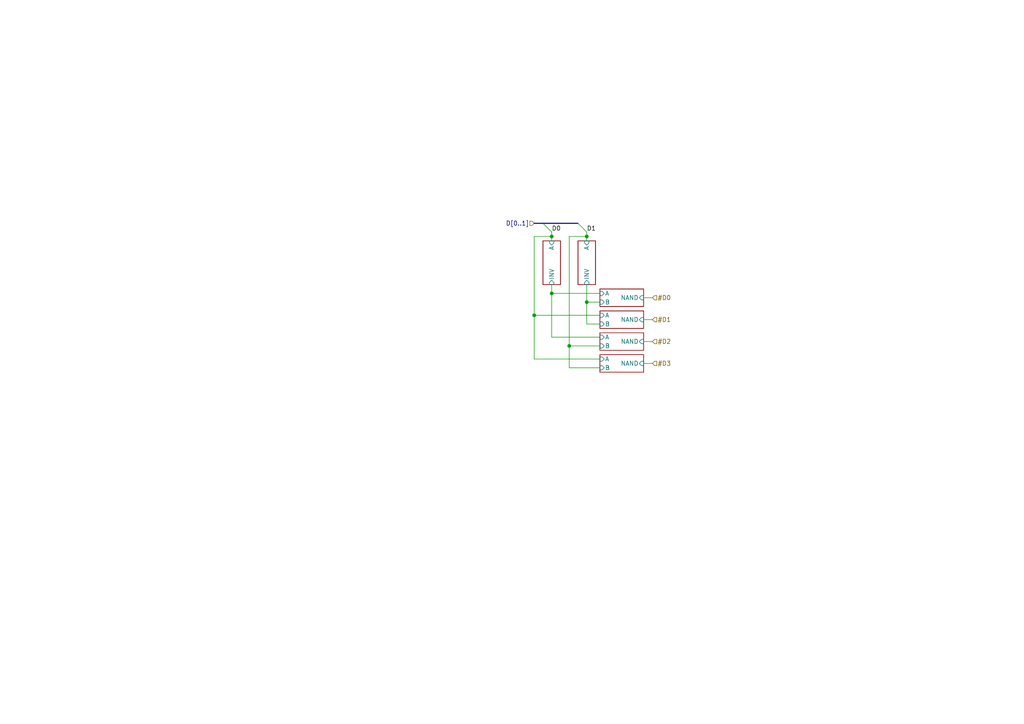
<source format=kicad_sch>
(kicad_sch
	(version 20250114)
	(generator "eeschema")
	(generator_version "9.0")
	(uuid "88dc5945-bb15-4f8d-b477-31d77ecba311")
	(paper "A4")
	(lib_symbols)
	(junction
		(at 160.02 85.09)
		(diameter 0)
		(color 0 0 0 0)
		(uuid "057f1f17-c03c-4b16-ac82-44e94a4563b5")
	)
	(junction
		(at 160.02 68.58)
		(diameter 0)
		(color 0 0 0 0)
		(uuid "1adf05ba-1343-4982-9627-a9f68221a787")
	)
	(junction
		(at 170.18 68.58)
		(diameter 0)
		(color 0 0 0 0)
		(uuid "8dadf44c-4db8-4a10-9299-4544bca60934")
	)
	(junction
		(at 154.94 91.44)
		(diameter 0)
		(color 0 0 0 0)
		(uuid "9c594264-cf2a-4555-96f8-2a28c5443e29")
	)
	(junction
		(at 165.1 100.33)
		(diameter 0)
		(color 0 0 0 0)
		(uuid "c128f420-3af6-4169-99b9-6d6ec1054ca5")
	)
	(junction
		(at 170.18 87.63)
		(diameter 0)
		(color 0 0 0 0)
		(uuid "c5d0ea9c-e8b2-4512-a9d9-ac18792cd171")
	)
	(bus_entry
		(at 167.64 64.77)
		(size 2.54 2.54)
		(stroke
			(width 0)
			(type default)
		)
		(uuid "3eb8d2b6-75a2-42f3-abea-92f3b9050fdc")
	)
	(bus_entry
		(at 157.48 64.77)
		(size 2.54 2.54)
		(stroke
			(width 0)
			(type default)
		)
		(uuid "57d93e46-3355-4b63-8334-9c08a9bb4414")
	)
	(wire
		(pts
			(xy 160.02 67.31) (xy 160.02 68.58)
		)
		(stroke
			(width 0)
			(type default)
		)
		(uuid "36326351-e30a-4e15-9996-edf1131b8874")
	)
	(wire
		(pts
			(xy 170.18 67.31) (xy 170.18 68.58)
		)
		(stroke
			(width 0)
			(type default)
		)
		(uuid "43903a06-6ae8-4115-b60c-9c55d997c08c")
	)
	(bus
		(pts
			(xy 157.48 64.77) (xy 167.64 64.77)
		)
		(stroke
			(width 0)
			(type default)
		)
		(uuid "4d794751-a215-4bfb-bb51-49ee29b22737")
	)
	(wire
		(pts
			(xy 154.94 91.44) (xy 173.99 91.44)
		)
		(stroke
			(width 0)
			(type default)
		)
		(uuid "4dcb37d6-cdae-4021-8728-b432a0f1bb43")
	)
	(wire
		(pts
			(xy 189.23 99.06) (xy 186.69 99.06)
		)
		(stroke
			(width 0)
			(type default)
		)
		(uuid "6b057c5a-629e-4545-ab6c-7f014902e25b")
	)
	(wire
		(pts
			(xy 160.02 97.79) (xy 160.02 85.09)
		)
		(stroke
			(width 0)
			(type default)
		)
		(uuid "82aa21a1-ee6a-4175-874f-1c29e77c200c")
	)
	(wire
		(pts
			(xy 170.18 82.55) (xy 170.18 87.63)
		)
		(stroke
			(width 0)
			(type default)
		)
		(uuid "84b7e52b-5af0-4d82-a3b4-e43e8bfa5fd3")
	)
	(wire
		(pts
			(xy 165.1 100.33) (xy 173.99 100.33)
		)
		(stroke
			(width 0)
			(type default)
		)
		(uuid "8784ccbf-eee4-4974-a586-558490ab205c")
	)
	(wire
		(pts
			(xy 170.18 87.63) (xy 173.99 87.63)
		)
		(stroke
			(width 0)
			(type default)
		)
		(uuid "897b200c-1cbc-4baa-9449-44d7f76fbc9d")
	)
	(wire
		(pts
			(xy 160.02 69.85) (xy 160.02 68.58)
		)
		(stroke
			(width 0)
			(type default)
		)
		(uuid "9074c193-ca79-4e91-ae1c-c96009b1e447")
	)
	(wire
		(pts
			(xy 165.1 100.33) (xy 165.1 106.68)
		)
		(stroke
			(width 0)
			(type default)
		)
		(uuid "94b88e3b-08f4-40fa-ad0c-c14195205c4c")
	)
	(wire
		(pts
			(xy 170.18 69.85) (xy 170.18 68.58)
		)
		(stroke
			(width 0)
			(type default)
		)
		(uuid "99f7daa8-fa38-4724-b83b-0ae8ea498c70")
	)
	(wire
		(pts
			(xy 160.02 82.55) (xy 160.02 85.09)
		)
		(stroke
			(width 0)
			(type default)
		)
		(uuid "a8aed687-a318-4f62-8a6f-8e7e2aacdeae")
	)
	(wire
		(pts
			(xy 170.18 93.98) (xy 173.99 93.98)
		)
		(stroke
			(width 0)
			(type default)
		)
		(uuid "c2c68ca2-095d-453e-bb46-751fc7dc9a5c")
	)
	(wire
		(pts
			(xy 189.23 92.71) (xy 186.69 92.71)
		)
		(stroke
			(width 0)
			(type default)
		)
		(uuid "d2fbc612-7d91-479c-b387-baf10edcd156")
	)
	(wire
		(pts
			(xy 189.23 105.41) (xy 186.69 105.41)
		)
		(stroke
			(width 0)
			(type default)
		)
		(uuid "d331f401-2ae7-444f-ae32-b02710588bcc")
	)
	(wire
		(pts
			(xy 173.99 97.79) (xy 160.02 97.79)
		)
		(stroke
			(width 0)
			(type default)
		)
		(uuid "dac26db6-6439-44d4-8a28-1a31413d0677")
	)
	(wire
		(pts
			(xy 154.94 104.14) (xy 173.99 104.14)
		)
		(stroke
			(width 0)
			(type default)
		)
		(uuid "e0380059-02b3-47ea-a976-f7477352e507")
	)
	(wire
		(pts
			(xy 165.1 106.68) (xy 173.99 106.68)
		)
		(stroke
			(width 0)
			(type default)
		)
		(uuid "e0a3eae7-7268-4386-8dcd-ec5bda8606fd")
	)
	(wire
		(pts
			(xy 160.02 68.58) (xy 154.94 68.58)
		)
		(stroke
			(width 0)
			(type default)
		)
		(uuid "e1007b10-64f1-463b-8609-25a4298332a8")
	)
	(wire
		(pts
			(xy 165.1 68.58) (xy 165.1 100.33)
		)
		(stroke
			(width 0)
			(type default)
		)
		(uuid "e2fa0a8d-eac3-4f3f-9bb6-257acf91aab6")
	)
	(wire
		(pts
			(xy 189.23 86.36) (xy 186.69 86.36)
		)
		(stroke
			(width 0)
			(type default)
		)
		(uuid "e3013f73-53fc-4f1c-bb67-0a5ec40922ad")
	)
	(wire
		(pts
			(xy 170.18 68.58) (xy 165.1 68.58)
		)
		(stroke
			(width 0)
			(type default)
		)
		(uuid "e6c5ef09-ebce-4415-abb8-6da386d4cc85")
	)
	(wire
		(pts
			(xy 154.94 68.58) (xy 154.94 91.44)
		)
		(stroke
			(width 0)
			(type default)
		)
		(uuid "eca95185-0cda-4967-a431-fa3af2b445e5")
	)
	(wire
		(pts
			(xy 154.94 91.44) (xy 154.94 104.14)
		)
		(stroke
			(width 0)
			(type default)
		)
		(uuid "f1a93e5f-d7f9-451d-96d3-6eb484653aab")
	)
	(bus
		(pts
			(xy 154.94 64.77) (xy 157.48 64.77)
		)
		(stroke
			(width 0)
			(type default)
		)
		(uuid "f1dd31fa-0b78-4191-b147-0355ad8180a8")
	)
	(wire
		(pts
			(xy 170.18 87.63) (xy 170.18 93.98)
		)
		(stroke
			(width 0)
			(type default)
		)
		(uuid "fe481faf-9dfb-4afb-a049-cb9d6e18a81d")
	)
	(wire
		(pts
			(xy 160.02 85.09) (xy 173.99 85.09)
		)
		(stroke
			(width 0)
			(type default)
		)
		(uuid "fee12d0e-30af-4931-b89e-cbb342f33db7")
	)
	(label "D1"
		(at 170.18 67.31 0)
		(effects
			(font
				(size 1.27 1.27)
			)
			(justify left bottom)
		)
		(uuid "2d0d729d-0e49-4ac4-ac8e-2c7f42d3b941")
	)
	(label "D0"
		(at 160.02 67.31 0)
		(effects
			(font
				(size 1.27 1.27)
			)
			(justify left bottom)
		)
		(uuid "4f90c904-9ff6-42d2-b399-27a8ed425060")
	)
	(hierarchical_label "#D3"
		(shape input)
		(at 189.23 105.41 0)
		(effects
			(font
				(size 1.27 1.27)
			)
			(justify left)
		)
		(uuid "1c8588c8-1a66-450e-888f-6ab5fd315d7c")
	)
	(hierarchical_label "D[0..1]"
		(shape input)
		(at 154.94 64.77 180)
		(effects
			(font
				(size 1.27 1.27)
			)
			(justify right)
		)
		(uuid "28f3adcc-9c4d-4580-ba39-810a9d733324")
	)
	(hierarchical_label "#D2"
		(shape input)
		(at 189.23 99.06 0)
		(effects
			(font
				(size 1.27 1.27)
			)
			(justify left)
		)
		(uuid "8a12d788-6a6c-4f19-9775-ae501e635042")
	)
	(hierarchical_label "#D0"
		(shape input)
		(at 189.23 86.36 0)
		(effects
			(font
				(size 1.27 1.27)
			)
			(justify left)
		)
		(uuid "af46d12e-5bdd-4dd5-a018-9455924e9cc5")
	)
	(hierarchical_label "#D1"
		(shape input)
		(at 189.23 92.71 0)
		(effects
			(font
				(size 1.27 1.27)
			)
			(justify left)
		)
		(uuid "b9a6a3f9-72d3-4afb-befa-a91abef3a7ef")
	)
	(sheet
		(at 173.99 90.17)
		(size 12.7 5.08)
		(exclude_from_sim no)
		(in_bom yes)
		(on_board yes)
		(dnp no)
		(fields_autoplaced yes)
		(stroke
			(width 0.1524)
			(type solid)
		)
		(fill
			(color 0 0 0 0.0000)
		)
		(uuid "2a4b0c10-5010-448b-964f-51ea47c88833")
		(property "Sheetname" "gate_nand_2_2"
			(at 173.99 89.4584 0)
			(effects
				(font
					(size 1.27 1.27)
				)
				(justify left bottom)
				(hide yes)
			)
		)
		(property "Sheetfile" "gate_nand_2.kicad_sch"
			(at 173.99 95.8346 0)
			(effects
				(font
					(size 1.27 1.27)
				)
				(justify left top)
				(hide yes)
			)
		)
		(pin "B" input
			(at 173.99 93.98 180)
			(uuid "cc8bc391-23c6-49c1-a047-e352865c889b")
			(effects
				(font
					(size 1.27 1.27)
				)
				(justify left)
			)
		)
		(pin "A" input
			(at 173.99 91.44 180)
			(uuid "246db05d-2a1c-4009-b655-615c09f473a8")
			(effects
				(font
					(size 1.27 1.27)
				)
				(justify left)
			)
		)
		(pin "NAND" input
			(at 186.69 92.71 0)
			(uuid "8e010531-65dd-4f77-82ba-790b607267a7")
			(effects
				(font
					(size 1.27 1.27)
				)
				(justify right)
			)
		)
		(instances
			(project "hera"
				(path "/6868e9eb-d1d4-45cb-8fc8-14949ab4307f/b476920c-8d64-4a95-8978-a679716a9572"
					(page "57")
				)
			)
		)
	)
	(sheet
		(at 167.64 69.85)
		(size 5.08 12.7)
		(exclude_from_sim no)
		(in_bom yes)
		(on_board yes)
		(dnp no)
		(fields_autoplaced yes)
		(stroke
			(width 0.1524)
			(type solid)
		)
		(fill
			(color 0 0 0 0.0000)
		)
		(uuid "31867315-40cd-4522-bf9b-8a0c950bef77")
		(property "Sheetname" "gate_inv_1_4"
			(at 166.9284 82.55 90)
			(effects
				(font
					(size 1.27 1.27)
				)
				(justify left bottom)
				(hide yes)
			)
		)
		(property "Sheetfile" "gate_inv_1.kicad_sch"
			(at 173.3046 82.55 90)
			(effects
				(font
					(size 1.27 1.27)
				)
				(justify left top)
				(hide yes)
			)
		)
		(pin "A" input
			(at 170.18 69.85 90)
			(uuid "18571fac-4754-45d3-b455-5ab5febcc140")
			(effects
				(font
					(size 1.27 1.27)
				)
				(justify right)
			)
		)
		(pin "INV" input
			(at 170.18 82.55 270)
			(uuid "595ecbc8-8c5e-4766-a4df-543655c1a2c6")
			(effects
				(font
					(size 1.27 1.27)
				)
				(justify left)
			)
		)
		(instances
			(project "hera"
				(path "/6868e9eb-d1d4-45cb-8fc8-14949ab4307f/b476920c-8d64-4a95-8978-a679716a9572"
					(page "56")
				)
			)
		)
	)
	(sheet
		(at 173.99 83.82)
		(size 12.7 5.08)
		(exclude_from_sim no)
		(in_bom yes)
		(on_board yes)
		(dnp no)
		(fields_autoplaced yes)
		(stroke
			(width 0.1524)
			(type solid)
		)
		(fill
			(color 0 0 0 0.0000)
		)
		(uuid "668bc400-fffe-44a1-9c41-029eb4bc23f8")
		(property "Sheetname" "gate_nand_2_1"
			(at 173.99 83.1084 0)
			(effects
				(font
					(size 1.27 1.27)
				)
				(justify left bottom)
				(hide yes)
			)
		)
		(property "Sheetfile" "gate_nand_2.kicad_sch"
			(at 173.99 89.4846 0)
			(effects
				(font
					(size 1.27 1.27)
				)
				(justify left top)
				(hide yes)
			)
		)
		(pin "B" input
			(at 173.99 87.63 180)
			(uuid "f6067717-ec93-4b94-88b2-285a1b55a62a")
			(effects
				(font
					(size 1.27 1.27)
				)
				(justify left)
			)
		)
		(pin "A" input
			(at 173.99 85.09 180)
			(uuid "53f07445-0153-432d-b198-de76c173c747")
			(effects
				(font
					(size 1.27 1.27)
				)
				(justify left)
			)
		)
		(pin "NAND" input
			(at 186.69 86.36 0)
			(uuid "9b1b2021-3cbf-4932-a0c0-8fba810f8655")
			(effects
				(font
					(size 1.27 1.27)
				)
				(justify right)
			)
		)
		(instances
			(project "hera"
				(path "/6868e9eb-d1d4-45cb-8fc8-14949ab4307f/b476920c-8d64-4a95-8978-a679716a9572"
					(page "3")
				)
			)
		)
	)
	(sheet
		(at 173.99 102.87)
		(size 12.7 5.08)
		(exclude_from_sim no)
		(in_bom yes)
		(on_board yes)
		(dnp no)
		(fields_autoplaced yes)
		(stroke
			(width 0.1524)
			(type solid)
		)
		(fill
			(color 0 0 0 0.0000)
		)
		(uuid "6759a8b9-7eb4-4498-9d5a-1b700b087c91")
		(property "Sheetname" "gate_nand_2_4"
			(at 173.99 102.1584 0)
			(effects
				(font
					(size 1.27 1.27)
				)
				(justify left bottom)
				(hide yes)
			)
		)
		(property "Sheetfile" "gate_nand_2.kicad_sch"
			(at 173.99 108.5346 0)
			(effects
				(font
					(size 1.27 1.27)
				)
				(justify left top)
				(hide yes)
			)
		)
		(pin "B" input
			(at 173.99 106.68 180)
			(uuid "48fb9131-83a0-4b46-aacc-ffbeed2dd8f5")
			(effects
				(font
					(size 1.27 1.27)
				)
				(justify left)
			)
		)
		(pin "A" input
			(at 173.99 104.14 180)
			(uuid "0e624a45-b7b5-4ad7-9bbd-7aafc15382f8")
			(effects
				(font
					(size 1.27 1.27)
				)
				(justify left)
			)
		)
		(pin "NAND" input
			(at 186.69 105.41 0)
			(uuid "183eea8a-530d-4846-959e-eb06fb5e5d3e")
			(effects
				(font
					(size 1.27 1.27)
				)
				(justify right)
			)
		)
		(instances
			(project "hera"
				(path "/6868e9eb-d1d4-45cb-8fc8-14949ab4307f/b476920c-8d64-4a95-8978-a679716a9572"
					(page "60")
				)
			)
		)
	)
	(sheet
		(at 173.99 96.52)
		(size 12.7 5.08)
		(exclude_from_sim no)
		(in_bom yes)
		(on_board yes)
		(dnp no)
		(fields_autoplaced yes)
		(stroke
			(width 0.1524)
			(type solid)
		)
		(fill
			(color 0 0 0 0.0000)
		)
		(uuid "9f976927-6e09-4c1e-b67f-7e1f59657cdf")
		(property "Sheetname" "gate_nand_2_3"
			(at 173.99 95.8084 0)
			(effects
				(font
					(size 1.27 1.27)
				)
				(justify left bottom)
				(hide yes)
			)
		)
		(property "Sheetfile" "gate_nand_2.kicad_sch"
			(at 173.99 102.1846 0)
			(effects
				(font
					(size 1.27 1.27)
				)
				(justify left top)
				(hide yes)
			)
		)
		(pin "B" input
			(at 173.99 100.33 180)
			(uuid "f5a37389-0be8-48ee-a1f4-d174f180d5b3")
			(effects
				(font
					(size 1.27 1.27)
				)
				(justify left)
			)
		)
		(pin "A" input
			(at 173.99 97.79 180)
			(uuid "a26f15dd-b59d-4b78-85a5-d5e8d6e91b8e")
			(effects
				(font
					(size 1.27 1.27)
				)
				(justify left)
			)
		)
		(pin "NAND" input
			(at 186.69 99.06 0)
			(uuid "03c1b9c7-a3cd-4e29-a681-426801b795e2")
			(effects
				(font
					(size 1.27 1.27)
				)
				(justify right)
			)
		)
		(instances
			(project "hera"
				(path "/6868e9eb-d1d4-45cb-8fc8-14949ab4307f/b476920c-8d64-4a95-8978-a679716a9572"
					(page "58")
				)
			)
		)
	)
	(sheet
		(at 157.48 69.85)
		(size 5.08 12.7)
		(exclude_from_sim no)
		(in_bom yes)
		(on_board yes)
		(dnp no)
		(fields_autoplaced yes)
		(stroke
			(width 0.1524)
			(type solid)
		)
		(fill
			(color 0 0 0 0.0000)
		)
		(uuid "b35fc129-408b-4c55-9989-b5d3d28db201")
		(property "Sheetname" "gate_inv_1_3"
			(at 156.7684 82.55 90)
			(effects
				(font
					(size 1.27 1.27)
				)
				(justify left bottom)
				(hide yes)
			)
		)
		(property "Sheetfile" "gate_inv_1.kicad_sch"
			(at 163.1446 82.55 90)
			(effects
				(font
					(size 1.27 1.27)
				)
				(justify left top)
				(hide yes)
			)
		)
		(pin "A" input
			(at 160.02 69.85 90)
			(uuid "fabfea89-5bef-4763-975f-f589c9fe93f4")
			(effects
				(font
					(size 1.27 1.27)
				)
				(justify right)
			)
		)
		(pin "INV" input
			(at 160.02 82.55 270)
			(uuid "1a6f3c22-e8b6-41f0-9471-d157e038fa41")
			(effects
				(font
					(size 1.27 1.27)
				)
				(justify left)
			)
		)
		(instances
			(project "hera"
				(path "/6868e9eb-d1d4-45cb-8fc8-14949ab4307f/b476920c-8d64-4a95-8978-a679716a9572"
					(page "55")
				)
			)
		)
	)
)

</source>
